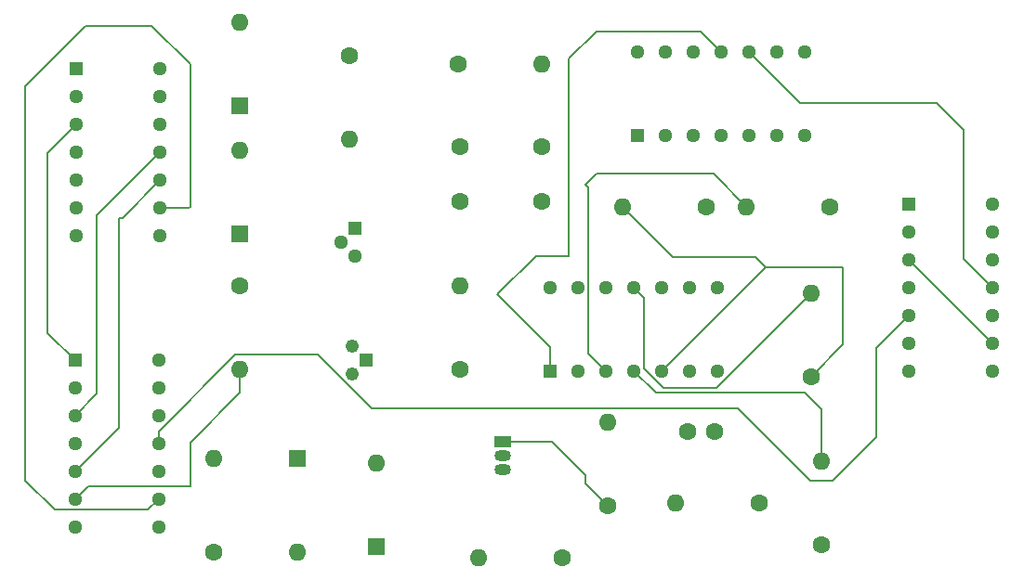
<source format=gbr>
%TF.GenerationSoftware,KiCad,Pcbnew,9.0.1*%
%TF.CreationDate,2025-05-09T16:34:40+03:00*%
%TF.ProjectId,PLL_1,504c4c5f-312e-46b6-9963-61645f706362,rev?*%
%TF.SameCoordinates,Original*%
%TF.FileFunction,Copper,L2,Bot*%
%TF.FilePolarity,Positive*%
%FSLAX46Y46*%
G04 Gerber Fmt 4.6, Leading zero omitted, Abs format (unit mm)*
G04 Created by KiCad (PCBNEW 9.0.1) date 2025-05-09 16:34:40*
%MOMM*%
%LPD*%
G01*
G04 APERTURE LIST*
%TA.AperFunction,ComponentPad*%
%ADD10O,1.600000X1.600000*%
%TD*%
%TA.AperFunction,ComponentPad*%
%ADD11C,1.600000*%
%TD*%
%TA.AperFunction,ComponentPad*%
%ADD12R,1.500000X1.050000*%
%TD*%
%TA.AperFunction,ComponentPad*%
%ADD13O,1.500000X1.050000*%
%TD*%
%TA.AperFunction,ComponentPad*%
%ADD14R,1.295400X1.295400*%
%TD*%
%TA.AperFunction,ComponentPad*%
%ADD15C,1.295400*%
%TD*%
%TA.AperFunction,ComponentPad*%
%ADD16C,1.244600*%
%TD*%
%TA.AperFunction,ComponentPad*%
%ADD17R,1.244600X1.244600*%
%TD*%
%TA.AperFunction,ComponentPad*%
%ADD18R,1.600000X1.600000*%
%TD*%
%TA.AperFunction,Conductor*%
%ADD19C,0.200000*%
%TD*%
G04 APERTURE END LIST*
D10*
%TO.P,R3,2*%
%TO.N,Usq*%
X83250000Y-106500000D03*
D11*
%TO.P,R3,1*%
%TO.N,Net-(U3-1IN+)*%
X90870000Y-106500000D03*
%TD*%
D12*
%TO.P,\u039C1,1,D*%
%TO.N,Net-(\u039C1-D)*%
X85500000Y-95960000D03*
D13*
%TO.P,\u039C1,2,G*%
%TO.N,Usq*%
X85500000Y-97230000D03*
%TO.P,\u039C1,3,S*%
%TO.N,GND*%
X85500000Y-98500000D03*
%TD*%
D14*
%TO.P,U5,1,1R\u002AD*%
%TO.N,VCC*%
X122500000Y-74260000D03*
D15*
%TO.P,U5,2,1D*%
%TO.N,Net-(U5-1D)*%
X122500000Y-76800000D03*
%TO.P,U5,3,1CP*%
%TO.N,Net-(U5-1CP)*%
X122500000Y-79340000D03*
%TO.P,U5,4,1S\u002AD*%
%TO.N,VCC*%
X122500000Y-81880000D03*
%TO.P,U5,5,1Q*%
%TO.N,Ufb{slash}\u03A6fb*%
X122500000Y-84420000D03*
%TO.P,U5,6,1Q\u002A*%
%TO.N,Net-(U5-1D)*%
X122500000Y-86960000D03*
%TO.P,U5,7,GND*%
%TO.N,GND*%
X122500000Y-89500000D03*
%TO.P,U5,8,2Q\u002A*%
%TO.N,Net-(U5-2D)*%
X130120000Y-89500000D03*
%TO.P,U5,9,2Q\u002A*%
%TO.N,Net-(U5-1CP)*%
X130120000Y-86960000D03*
%TO.P,U5,10,2S\u002AD*%
%TO.N,VCC*%
X130120000Y-84420000D03*
%TO.P,U5,11,2CP*%
%TO.N,Uout{slash}\u03A6out*%
X130120000Y-81880000D03*
%TO.P,U5,12,2D*%
%TO.N,Net-(U5-2D)*%
X130120000Y-79340000D03*
%TO.P,U5,13,2R\u002AD*%
%TO.N,VCC*%
X130120000Y-76800000D03*
%TO.P,U5,14,VCC*%
X130120000Y-74260000D03*
%TD*%
D14*
%TO.P,U4,1,1A*%
%TO.N,unconnected-(U4-1A-Pad1)*%
X97800000Y-68000000D03*
D15*
%TO.P,U4,2,1Y*%
%TO.N,unconnected-(U4-1Y-Pad2)*%
X100340000Y-68000000D03*
%TO.P,U4,3,2A*%
%TO.N,unconnected-(U4-2A-Pad3)*%
X102880000Y-68000000D03*
%TO.P,U4,4,2Y*%
%TO.N,unconnected-(U4-2Y-Pad4)*%
X105420000Y-68000000D03*
%TO.P,U4,5,3A*%
%TO.N,unconnected-(U4-3A-Pad5)*%
X107960000Y-68000000D03*
%TO.P,U4,6,3Y*%
%TO.N,unconnected-(U4-3Y-Pad6)*%
X110500000Y-68000000D03*
%TO.P,U4,7,GND*%
%TO.N,GND*%
X113040000Y-68000000D03*
%TO.P,U4,8,4Y*%
%TO.N,unconnected-(U4-4Y-Pad8)*%
X113040000Y-60380000D03*
%TO.P,U4,9,4A*%
%TO.N,unconnected-(U4-4A-Pad9)*%
X110500000Y-60380000D03*
%TO.P,U4,10,5Y*%
%TO.N,Uout{slash}\u03A6out*%
X107960000Y-60380000D03*
%TO.P,U4,11,5A*%
%TO.N,Usq*%
X105420000Y-60380000D03*
%TO.P,U4,12,6Y*%
%TO.N,unconnected-(U4-6Y-Pad12)*%
X102880000Y-60380000D03*
%TO.P,U4,13,6A*%
%TO.N,unconnected-(U4-6A-Pad13)*%
X100340000Y-60380000D03*
%TO.P,U4,14,VCC*%
%TO.N,VCC*%
X97800000Y-60380000D03*
%TD*%
D14*
%TO.P,U3,1,1OUT*%
%TO.N,Usq*%
X89800000Y-89500000D03*
D15*
%TO.P,U3,2,1IN-*%
%TO.N,Net-(U3-1IN-)*%
X92340000Y-89500000D03*
%TO.P,U3,3,1IN+*%
%TO.N,Net-(U3-1IN+)*%
X94880000Y-89500000D03*
%TO.P,U3,4,VCC*%
%TO.N,VCC*%
X97420000Y-89500000D03*
%TO.P,U3,5,2IN+*%
%TO.N,Net-(U3-2IN+)*%
X99960000Y-89500000D03*
%TO.P,U3,6,2IN-*%
%TO.N,Net-(U3-2IN-)*%
X102500000Y-89500000D03*
%TO.P,U3,7,2OUT*%
%TO.N,Net-(U3-1IN-)*%
X105040000Y-89500000D03*
%TO.P,U3,8,3OUT*%
%TO.N,Uctrl*%
X105040000Y-81880000D03*
%TO.P,U3,9,3IN-*%
X102500000Y-81880000D03*
%TO.P,U3,10,3IN+*%
%TO.N,Ucp*%
X99960000Y-81880000D03*
%TO.P,U3,11,GND*%
%TO.N,GND*%
X97420000Y-81880000D03*
%TO.P,U3,12,4IN+*%
%TO.N,unconnected-(U3-4IN+-Pad12)*%
X94880000Y-81880000D03*
%TO.P,U3,13,4IN-*%
%TO.N,unconnected-(U3-4IN--Pad13)*%
X92340000Y-81880000D03*
%TO.P,U3,14,4OUT*%
%TO.N,unconnected-(U3-4OUT-Pad14)*%
X89800000Y-81880000D03*
%TD*%
D14*
%TO.P,U2,1,1A*%
%TO.N,Net-(U2-1A)*%
X46620000Y-61920000D03*
D15*
%TO.P,U2,2,1B*%
X46620000Y-64460000D03*
%TO.P,U2,3,1Y*%
%TO.N,Net-(U1-1R\u002AD)*%
X46620000Y-67000000D03*
%TO.P,U2,4,2A*%
%TO.N,Net-(U2-2A)*%
X46620000Y-69540000D03*
%TO.P,U2,5,2B*%
X46620000Y-72080000D03*
%TO.P,U2,6,2Y*%
%TO.N,Net-(U2-1A)*%
X46620000Y-74620000D03*
%TO.P,U2,7,GND*%
%TO.N,GND*%
X46620000Y-77160000D03*
%TO.P,U2,8,3Y*%
%TO.N,Net-(U2-2A)*%
X54240000Y-77160000D03*
%TO.P,U2,9,3A*%
%TO.N,Net-(U2-3A)*%
X54240000Y-74620000D03*
%TO.P,U2,10,3B*%
%TO.N,Net-(U1-1Q)*%
X54240000Y-72080000D03*
%TO.P,U2,11,4Y*%
%TO.N,Uref{slash}\u03A6ref*%
X54240000Y-69540000D03*
%TO.P,U2,12,4A*%
%TO.N,Uen*%
X54240000Y-67000000D03*
%TO.P,U2,13,4B*%
%TO.N,Uin*%
X54240000Y-64460000D03*
%TO.P,U2,14,VCC*%
%TO.N,VCC*%
X54240000Y-61920000D03*
%TD*%
D14*
%TO.P,U1,1,1R\u002AD*%
%TO.N,Net-(U1-1R\u002AD)*%
X46500000Y-88500000D03*
D15*
%TO.P,U1,2,1D*%
%TO.N,VCC*%
X46500000Y-91040000D03*
%TO.P,U1,3,1CP*%
%TO.N,Uref{slash}\u03A6ref*%
X46500000Y-93580000D03*
%TO.P,U1,4,1S\u002AD*%
%TO.N,VCC*%
X46500000Y-96120000D03*
%TO.P,U1,5,1Q*%
%TO.N,Net-(U1-1Q)*%
X46500000Y-98660000D03*
%TO.P,U1,6,1Q\u002A*%
%TO.N,Net-(U1-1Q\u002A)*%
X46500000Y-101200000D03*
%TO.P,U1,7,GND*%
%TO.N,GND*%
X46500000Y-103740000D03*
%TO.P,U1,8,2Q\u002A*%
%TO.N,unconnected-(U1-2Q\u002A-Pad8)*%
X54120000Y-103740000D03*
%TO.P,U1,9,2Q\u002A*%
%TO.N,Net-(U2-3A)*%
X54120000Y-101200000D03*
%TO.P,U1,10,2S\u002AD*%
%TO.N,VCC*%
X54120000Y-98660000D03*
%TO.P,U1,11,2CP*%
%TO.N,Ufb{slash}\u03A6fb*%
X54120000Y-96120000D03*
%TO.P,U1,12,2D*%
%TO.N,VCC*%
X54120000Y-93580000D03*
%TO.P,U1,13,2R\u002AD*%
%TO.N,Net-(U1-1R\u002AD)*%
X54120000Y-91040000D03*
%TO.P,U1,14,VCC*%
%TO.N,VCC*%
X54120000Y-88500000D03*
%TD*%
D11*
%TO.P,R12,1*%
%TO.N,B2*%
X61500000Y-81690000D03*
D10*
%TO.P,R12,2*%
%TO.N,Net-(U1-1Q\u002A)*%
X61500000Y-89310000D03*
%TD*%
D11*
%TO.P,R11,1*%
%TO.N,Net-(U2-3A)*%
X59190000Y-106000000D03*
D10*
%TO.P,R11,2*%
%TO.N,B1*%
X66810000Y-106000000D03*
%TD*%
D11*
%TO.P,R9,1*%
%TO.N,Net-(Q1-Pad3)*%
X81560000Y-89310000D03*
D10*
%TO.P,R9,2*%
%TO.N,GND*%
X81560000Y-81690000D03*
%TD*%
D11*
%TO.P,R8,1*%
%TO.N,Ucp*%
X81440000Y-61500000D03*
D10*
%TO.P,R8,2*%
%TO.N,Net-(C2-Pad1)*%
X89060000Y-61500000D03*
%TD*%
D11*
%TO.P,R7,1*%
%TO.N,Net-(\u039C1-D)*%
X95060000Y-101810000D03*
D10*
%TO.P,R7,2*%
%TO.N,Net-(U3-2IN-)*%
X95060000Y-94190000D03*
%TD*%
D11*
%TO.P,R6,1*%
%TO.N,Net-(U3-2IN+)*%
X113560000Y-90000000D03*
D10*
%TO.P,R6,2*%
%TO.N,GND*%
X113560000Y-82380000D03*
%TD*%
D11*
%TO.P,R5,1*%
%TO.N,Uctrl*%
X104060000Y-74500000D03*
D10*
%TO.P,R5,2*%
%TO.N,Net-(U3-2IN+)*%
X96440000Y-74500000D03*
%TD*%
D11*
%TO.P,R4,1*%
%TO.N,Uctrl*%
X108810000Y-101500000D03*
D10*
%TO.P,R4,2*%
%TO.N,Net-(U3-2IN-)*%
X101190000Y-101500000D03*
%TD*%
D11*
%TO.P,R2,1*%
%TO.N,Net-(U3-1IN+)*%
X114500000Y-105310000D03*
D10*
%TO.P,R2,2*%
%TO.N,VCC*%
X114500000Y-97690000D03*
%TD*%
D11*
%TO.P,R1,1*%
%TO.N,GND*%
X115310000Y-74500000D03*
D10*
%TO.P,R1,2*%
%TO.N,Net-(U3-1IN+)*%
X107690000Y-74500000D03*
%TD*%
D15*
%TO.P,Q2,3,C*%
%TO.N,Ucp*%
X72000000Y-79000000D03*
%TO.P,Q2,2,B*%
%TO.N,B2*%
X70730000Y-77730000D03*
D14*
%TO.P,Q2,1,E*%
%TO.N,Net-(Q2-E)*%
X72000000Y-76460000D03*
%TD*%
D16*
%TO.P,Q1,2*%
%TO.N,Ucp*%
X71730000Y-87230000D03*
D17*
%TO.P,Q1,1*%
%TO.N,B1*%
X73000000Y-88500000D03*
D16*
%TO.P,Q1,3*%
%TO.N,Net-(Q1-Pad3)*%
X71730000Y-89770000D03*
%TD*%
D18*
%TO.P,D4,1,K*%
%TO.N,B2*%
X61500000Y-77000000D03*
D10*
%TO.P,D4,2,A*%
%TO.N,Net-(D3-K)*%
X61500000Y-69380000D03*
%TD*%
D18*
%TO.P,D3,1,K*%
%TO.N,Net-(D3-K)*%
X61500000Y-65310000D03*
D10*
%TO.P,D3,2,A*%
%TO.N,VCC*%
X61500000Y-57690000D03*
%TD*%
D18*
%TO.P,D2,1,K*%
%TO.N,GND*%
X74000000Y-105500000D03*
D10*
%TO.P,D2,2,A*%
%TO.N,Net-(D1-K)*%
X74000000Y-97880000D03*
%TD*%
D18*
%TO.P,D1,1,K*%
%TO.N,Net-(D1-K)*%
X66810000Y-97500000D03*
D10*
%TO.P,D1,2,A*%
%TO.N,B1*%
X59190000Y-97500000D03*
%TD*%
D11*
%TO.P,C3,1*%
%TO.N,Ucp*%
X81560000Y-69000000D03*
%TO.P,C3,2*%
%TO.N,GND*%
X81560000Y-74000000D03*
%TD*%
%TO.P,C2,1*%
%TO.N,Net-(C2-Pad1)*%
X89000000Y-69000000D03*
%TO.P,C2,2*%
%TO.N,GND*%
X89000000Y-74000000D03*
%TD*%
%TO.P,C1,1*%
%TO.N,Net-(U3-1IN-)*%
X104810000Y-95000000D03*
%TO.P,C1,2*%
%TO.N,Net-(U3-2IN-)*%
X102310000Y-95000000D03*
%TD*%
%TO.P,R10,1*%
%TO.N,VCC*%
X71500000Y-60690000D03*
D10*
%TO.P,R10,2*%
%TO.N,Net-(Q2-E)*%
X71500000Y-68310000D03*
%TD*%
D19*
%TO.N,Net-(U3-2IN+)*%
X108520000Y-79060000D02*
X109460000Y-80000000D01*
X101000000Y-79060000D02*
X108520000Y-79060000D01*
%TO.N,Ufb{slash}\u03A6fb*%
X119500000Y-87420000D02*
X122500000Y-84420000D01*
X119500000Y-95500000D02*
X119500000Y-87420000D01*
X113500000Y-99500000D02*
X115500000Y-99500000D01*
X115500000Y-99500000D02*
X119500000Y-95500000D01*
X106901000Y-92901000D02*
X113500000Y-99500000D01*
X68654256Y-88000000D02*
X73555256Y-92901000D01*
X73555256Y-92901000D02*
X106901000Y-92901000D01*
X54120000Y-95006475D02*
X61126475Y-88000000D01*
X54120000Y-96120000D02*
X54120000Y-95006475D01*
X61126475Y-88000000D02*
X68654256Y-88000000D01*
%TO.N,GND*%
X98368700Y-82828700D02*
X97420000Y-81880000D01*
X100118335Y-91000000D02*
X98368700Y-89250365D01*
X98368700Y-89250365D02*
X98368700Y-82828700D01*
X104940000Y-91000000D02*
X100118335Y-91000000D01*
X113560000Y-82380000D02*
X104940000Y-91000000D01*
%TO.N,Net-(U3-2IN+)*%
X116500000Y-80000000D02*
X109460000Y-80000000D01*
X116500000Y-87060000D02*
X116500000Y-80000000D01*
X113560000Y-90000000D02*
X116500000Y-87060000D01*
X109460000Y-80000000D02*
X101000000Y-88460000D01*
%TO.N,VCC*%
X113000000Y-91500000D02*
X114500000Y-93000000D01*
X114500000Y-93000000D02*
X114500000Y-97690000D01*
X99420000Y-91500000D02*
X113000000Y-91500000D01*
X97420000Y-89500000D02*
X99420000Y-91500000D01*
%TO.N,Net-(U2-3A)*%
X42000000Y-99500000D02*
X42000000Y-98500000D01*
X53171300Y-102148700D02*
X44648700Y-102148700D01*
X44648700Y-102148700D02*
X42000000Y-99500000D01*
X54120000Y-101200000D02*
X53171300Y-102148700D01*
X56880000Y-74620000D02*
X54240000Y-74620000D01*
X57000000Y-74500000D02*
X56880000Y-74620000D01*
X57000000Y-61500000D02*
X57000000Y-74500000D01*
X53500000Y-58000000D02*
X57000000Y-61500000D01*
X42000000Y-63500000D02*
X47500000Y-58000000D01*
X42000000Y-98500000D02*
X42000000Y-63500000D01*
X47500000Y-58000000D02*
X53500000Y-58000000D01*
%TO.N,Net-(U3-1IN+)*%
X93288700Y-72788700D02*
X93288700Y-87908700D01*
X93288700Y-87908700D02*
X94880000Y-89500000D01*
X94000000Y-71500000D02*
X93000000Y-72500000D01*
X93000000Y-72500000D02*
X93288700Y-72788700D01*
X104690000Y-71500000D02*
X94000000Y-71500000D01*
X107690000Y-74500000D02*
X104690000Y-71500000D01*
%TO.N,Net-(U3-2IN+)*%
X101000000Y-88460000D02*
X99960000Y-89500000D01*
X96440000Y-74500000D02*
X101000000Y-79060000D01*
%TO.N,Usq*%
X89800000Y-87300000D02*
X85000000Y-82500000D01*
X89800000Y-89500000D02*
X89800000Y-87300000D01*
X88500000Y-79000000D02*
X85000000Y-82500000D01*
X91500000Y-79000000D02*
X88500000Y-79000000D01*
X91500000Y-61000000D02*
X91500000Y-79000000D01*
X103540000Y-58500000D02*
X94000000Y-58500000D01*
X105420000Y-60380000D02*
X103540000Y-58500000D01*
X94000000Y-58500000D02*
X91500000Y-61000000D01*
%TO.N,Net-(U1-1Q\u002A)*%
X61500000Y-91500000D02*
X61500000Y-89310000D01*
X57000000Y-96000000D02*
X61500000Y-91500000D01*
X57000000Y-100000000D02*
X57000000Y-96000000D01*
X46500000Y-101200000D02*
X47700000Y-100000000D01*
X47700000Y-100000000D02*
X57000000Y-100000000D01*
%TO.N,Net-(U1-1Q)*%
X50820000Y-75500000D02*
X54240000Y-72080000D01*
X50500000Y-75500000D02*
X50820000Y-75500000D01*
X50500000Y-94660000D02*
X50500000Y-75500000D01*
X46500000Y-98660000D02*
X50500000Y-94660000D01*
%TO.N,Uref{slash}\u03A6ref*%
X48500000Y-75280000D02*
X54240000Y-69540000D01*
X48500000Y-91580000D02*
X48500000Y-75280000D01*
X46500000Y-93580000D02*
X48500000Y-91580000D01*
%TO.N,Net-(U1-1R\u002AD)*%
X44000000Y-69620000D02*
X44000000Y-86000000D01*
X44000000Y-86000000D02*
X46500000Y-88500000D01*
X46620000Y-67000000D02*
X44000000Y-69620000D01*
%TO.N,Net-(\u039C1-D)*%
X93000000Y-99750000D02*
X95060000Y-101810000D01*
X93000000Y-99000000D02*
X93000000Y-99750000D01*
X89960000Y-95960000D02*
X93000000Y-99000000D01*
X85500000Y-95960000D02*
X89960000Y-95960000D01*
%TO.N,Net-(U5-1CP)*%
X122500000Y-79340000D02*
X130120000Y-86960000D01*
%TO.N,Uout{slash}\u03A6out*%
X127500000Y-79260000D02*
X130120000Y-81880000D01*
X125000000Y-65000000D02*
X127500000Y-67500000D01*
X112580000Y-65000000D02*
X125000000Y-65000000D01*
X127500000Y-67500000D02*
X127500000Y-79260000D01*
X107960000Y-60380000D02*
X112580000Y-65000000D01*
%TD*%
M02*

</source>
